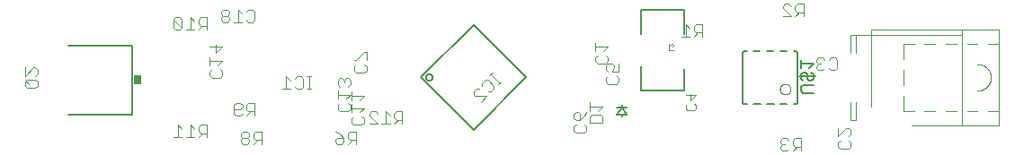
<source format=gbr>
G04 EAGLE Gerber RS-274X export*
G75*
%MOMM*%
%FSLAX34Y34*%
%LPD*%
%INSilkscreen Bottom*%
%IPPOS*%
%AMOC8*
5,1,8,0,0,1.08239X$1,22.5*%
G01*
%ADD10C,0.101600*%
%ADD11C,0.076200*%
%ADD12C,0.127000*%
%ADD13C,0.025400*%
%ADD14C,0.203200*%
%ADD15R,0.762000X0.863600*%
%ADD16C,0.152400*%
%ADD17C,0.050800*%
%ADD18C,0.100000*%


D10*
X632553Y97204D02*
X634502Y95255D01*
X634502Y91357D01*
X632553Y89408D01*
X624757Y89408D01*
X622808Y91357D01*
X622808Y95255D01*
X624757Y97204D01*
X630604Y101102D02*
X634502Y105000D01*
X622808Y105000D01*
X622808Y101102D02*
X622808Y108898D01*
X404632Y37313D02*
X402683Y39262D01*
X404632Y37313D02*
X404632Y33415D01*
X402683Y31466D01*
X394887Y31466D01*
X392938Y33415D01*
X392938Y37313D01*
X394887Y39262D01*
X400734Y43160D02*
X404632Y47058D01*
X392938Y47058D01*
X392938Y43160D02*
X392938Y50956D01*
X400734Y54854D02*
X404632Y58752D01*
X392938Y58752D01*
X392938Y54854D02*
X392938Y62650D01*
X389983Y51962D02*
X391932Y50013D01*
X391932Y46115D01*
X389983Y44166D01*
X382187Y44166D01*
X380238Y46115D01*
X380238Y50013D01*
X382187Y51962D01*
X388034Y55860D02*
X391932Y59758D01*
X380238Y59758D01*
X380238Y55860D02*
X380238Y63656D01*
X389983Y67554D02*
X391932Y69503D01*
X391932Y73401D01*
X389983Y75350D01*
X388034Y75350D01*
X386085Y73401D01*
X386085Y71452D01*
X386085Y73401D02*
X384136Y75350D01*
X382187Y75350D01*
X380238Y73401D01*
X380238Y69503D01*
X382187Y67554D01*
X271282Y81763D02*
X269333Y83712D01*
X271282Y81763D02*
X271282Y77865D01*
X269333Y75916D01*
X261537Y75916D01*
X259588Y77865D01*
X259588Y81763D01*
X261537Y83712D01*
X267384Y87610D02*
X271282Y91508D01*
X259588Y91508D01*
X259588Y87610D02*
X259588Y95406D01*
X259588Y105151D02*
X271282Y105151D01*
X265435Y99304D01*
X265435Y107100D01*
X293956Y138269D02*
X295905Y140218D01*
X299803Y140218D01*
X301752Y138269D01*
X301752Y130473D01*
X299803Y128524D01*
X295905Y128524D01*
X293956Y130473D01*
X290058Y136320D02*
X286160Y140218D01*
X286160Y128524D01*
X290058Y128524D02*
X282262Y128524D01*
X278364Y138269D02*
X276415Y140218D01*
X272517Y140218D01*
X270568Y138269D01*
X270568Y136320D01*
X272517Y134371D01*
X270568Y132422D01*
X270568Y130473D01*
X272517Y128524D01*
X276415Y128524D01*
X278364Y130473D01*
X278364Y132422D01*
X276415Y134371D01*
X278364Y136320D01*
X278364Y138269D01*
X276415Y134371D02*
X272517Y134371D01*
X861153Y16666D02*
X863102Y14717D01*
X863102Y10819D01*
X861153Y8870D01*
X853357Y8870D01*
X851408Y10819D01*
X851408Y14717D01*
X853357Y16666D01*
X851408Y20564D02*
X851408Y28360D01*
X851408Y20564D02*
X859204Y28360D01*
X861153Y28360D01*
X863102Y26411D01*
X863102Y22513D01*
X861153Y20564D01*
X842596Y92803D02*
X844545Y94752D01*
X848443Y94752D01*
X850392Y92803D01*
X850392Y85007D01*
X848443Y83058D01*
X844545Y83058D01*
X842596Y85007D01*
X838698Y92803D02*
X836749Y94752D01*
X832851Y94752D01*
X830902Y92803D01*
X830902Y90854D01*
X832851Y88905D01*
X834800Y88905D01*
X832851Y88905D02*
X830902Y86956D01*
X830902Y85007D01*
X832851Y83058D01*
X836749Y83058D01*
X838698Y85007D01*
D11*
X717177Y49874D02*
X715609Y51441D01*
X717177Y49874D02*
X717177Y46738D01*
X715609Y45171D01*
X709339Y45171D01*
X707771Y46738D01*
X707771Y49874D01*
X709339Y51441D01*
X707771Y59229D02*
X717177Y59229D01*
X712474Y54526D01*
X712474Y60797D01*
D10*
X644502Y75755D02*
X642553Y77704D01*
X644502Y75755D02*
X644502Y71857D01*
X642553Y69908D01*
X634757Y69908D01*
X632808Y71857D01*
X632808Y75755D01*
X634757Y77704D01*
X644502Y81602D02*
X644502Y89398D01*
X644502Y81602D02*
X638655Y81602D01*
X640604Y85500D01*
X640604Y87449D01*
X638655Y89398D01*
X634757Y89398D01*
X632808Y87449D01*
X632808Y83551D01*
X634757Y81602D01*
X612233Y31906D02*
X614182Y29957D01*
X614182Y26059D01*
X612233Y24110D01*
X604437Y24110D01*
X602488Y26059D01*
X602488Y29957D01*
X604437Y31906D01*
X612233Y39702D02*
X614182Y43600D01*
X612233Y39702D02*
X608335Y35804D01*
X604437Y35804D01*
X602488Y37753D01*
X602488Y41651D01*
X604437Y43600D01*
X606386Y43600D01*
X608335Y41651D01*
X608335Y35804D01*
X407172Y86365D02*
X405223Y88314D01*
X407172Y86365D02*
X407172Y82467D01*
X405223Y80518D01*
X397427Y80518D01*
X395478Y82467D01*
X395478Y86365D01*
X397427Y88314D01*
X407172Y92212D02*
X407172Y100008D01*
X405223Y100008D01*
X397427Y92212D01*
X395478Y92212D01*
D12*
X647700Y47625D02*
X652463Y41275D01*
X647700Y41275D01*
X642937Y41275D01*
X647700Y47625D01*
X652463Y47625D01*
X647700Y47625D02*
X642937Y47625D01*
X647700Y41275D02*
X647700Y38837D01*
X647700Y47625D02*
X647700Y50063D01*
D10*
X629422Y33000D02*
X617728Y33000D01*
X617728Y38847D01*
X619677Y40796D01*
X627473Y40796D01*
X629422Y38847D01*
X629422Y33000D01*
X625524Y44694D02*
X629422Y48592D01*
X617728Y48592D01*
X617728Y44694D02*
X617728Y52490D01*
X355092Y65278D02*
X351194Y65278D01*
X353143Y65278D02*
X353143Y76972D01*
X355092Y76972D02*
X351194Y76972D01*
X341449Y76972D02*
X339500Y75023D01*
X341449Y76972D02*
X345347Y76972D01*
X347296Y75023D01*
X347296Y67227D01*
X345347Y65278D01*
X341449Y65278D01*
X339500Y67227D01*
X335602Y73074D02*
X331704Y76972D01*
X331704Y65278D01*
X335602Y65278D02*
X327806Y65278D01*
D12*
X458503Y76200D02*
X459987Y74715D01*
X460058Y74644D02*
X508000Y26703D01*
X557498Y76200D01*
X508000Y125697D01*
X458503Y76200D01*
X463432Y76271D02*
X463434Y76382D01*
X463440Y76492D01*
X463450Y76602D01*
X463464Y76712D01*
X463482Y76821D01*
X463504Y76929D01*
X463529Y77037D01*
X463559Y77143D01*
X463592Y77248D01*
X463629Y77352D01*
X463670Y77455D01*
X463715Y77556D01*
X463763Y77656D01*
X463815Y77753D01*
X463870Y77849D01*
X463929Y77943D01*
X463991Y78034D01*
X464056Y78123D01*
X464125Y78210D01*
X464196Y78294D01*
X464271Y78376D01*
X464348Y78455D01*
X464428Y78531D01*
X464511Y78604D01*
X464597Y78674D01*
X464685Y78741D01*
X464775Y78805D01*
X464868Y78865D01*
X464962Y78922D01*
X465059Y78975D01*
X465158Y79025D01*
X465258Y79072D01*
X465360Y79115D01*
X465463Y79154D01*
X465568Y79189D01*
X465674Y79220D01*
X465781Y79248D01*
X465889Y79272D01*
X465998Y79292D01*
X466107Y79308D01*
X466217Y79320D01*
X466327Y79328D01*
X466438Y79332D01*
X466548Y79332D01*
X466659Y79328D01*
X466769Y79320D01*
X466879Y79308D01*
X466988Y79292D01*
X467097Y79272D01*
X467205Y79248D01*
X467312Y79220D01*
X467418Y79189D01*
X467523Y79154D01*
X467626Y79115D01*
X467728Y79072D01*
X467828Y79025D01*
X467927Y78975D01*
X468023Y78922D01*
X468118Y78865D01*
X468211Y78805D01*
X468301Y78741D01*
X468389Y78674D01*
X468475Y78604D01*
X468558Y78531D01*
X468638Y78455D01*
X468715Y78376D01*
X468790Y78294D01*
X468861Y78210D01*
X468930Y78123D01*
X468995Y78034D01*
X469057Y77943D01*
X469116Y77849D01*
X469171Y77753D01*
X469223Y77656D01*
X469271Y77556D01*
X469316Y77455D01*
X469357Y77352D01*
X469394Y77248D01*
X469427Y77143D01*
X469457Y77037D01*
X469482Y76929D01*
X469504Y76821D01*
X469522Y76712D01*
X469536Y76602D01*
X469546Y76492D01*
X469552Y76382D01*
X469554Y76271D01*
X469552Y76160D01*
X469546Y76050D01*
X469536Y75940D01*
X469522Y75830D01*
X469504Y75721D01*
X469482Y75613D01*
X469457Y75505D01*
X469427Y75399D01*
X469394Y75294D01*
X469357Y75190D01*
X469316Y75087D01*
X469271Y74986D01*
X469223Y74886D01*
X469171Y74789D01*
X469116Y74693D01*
X469057Y74599D01*
X468995Y74508D01*
X468930Y74419D01*
X468861Y74332D01*
X468790Y74248D01*
X468715Y74166D01*
X468638Y74087D01*
X468558Y74011D01*
X468475Y73938D01*
X468389Y73868D01*
X468301Y73801D01*
X468211Y73737D01*
X468118Y73677D01*
X468024Y73620D01*
X467927Y73567D01*
X467828Y73517D01*
X467728Y73470D01*
X467626Y73427D01*
X467523Y73388D01*
X467418Y73353D01*
X467312Y73322D01*
X467205Y73294D01*
X467097Y73270D01*
X466988Y73250D01*
X466879Y73234D01*
X466769Y73222D01*
X466659Y73214D01*
X466548Y73210D01*
X466438Y73210D01*
X466327Y73214D01*
X466217Y73222D01*
X466107Y73234D01*
X465998Y73250D01*
X465889Y73270D01*
X465781Y73294D01*
X465674Y73322D01*
X465568Y73353D01*
X465463Y73388D01*
X465360Y73427D01*
X465258Y73470D01*
X465158Y73517D01*
X465059Y73567D01*
X464962Y73620D01*
X464868Y73677D01*
X464775Y73737D01*
X464685Y73801D01*
X464597Y73868D01*
X464511Y73938D01*
X464428Y74011D01*
X464348Y74087D01*
X464271Y74166D01*
X464196Y74248D01*
X464125Y74332D01*
X464056Y74419D01*
X463991Y74508D01*
X463929Y74599D01*
X463870Y74693D01*
X463815Y74789D01*
X463763Y74886D01*
X463715Y74986D01*
X463670Y75087D01*
X463629Y75190D01*
X463592Y75294D01*
X463559Y75399D01*
X463529Y75505D01*
X463504Y75613D01*
X463482Y75721D01*
X463464Y75830D01*
X463450Y75940D01*
X463440Y76050D01*
X463434Y76160D01*
X463432Y76271D01*
D10*
X531370Y69586D02*
X534126Y72342D01*
X532748Y70964D02*
X524479Y79233D01*
X523101Y77855D02*
X525858Y80611D01*
X516211Y70964D02*
X516211Y68208D01*
X516211Y70964D02*
X518967Y73720D01*
X521723Y73720D01*
X527236Y68208D01*
X527236Y65452D01*
X524479Y62695D01*
X521723Y62695D01*
X520345Y58561D02*
X514832Y53048D01*
X509320Y58561D02*
X520345Y58561D01*
X509320Y58561D02*
X507942Y59939D01*
X507942Y62695D01*
X510698Y65452D01*
X513454Y65451D01*
D12*
X706120Y63500D02*
X706120Y83820D01*
X706120Y63500D02*
X665480Y63500D01*
X665480Y86360D01*
X706120Y116840D02*
X706120Y139700D01*
X665480Y139700D01*
X665480Y116840D01*
D13*
X692277Y101727D02*
X696090Y101727D01*
X692277Y101727D02*
X692277Y104269D01*
X692277Y105469D02*
X692277Y108011D01*
X692277Y105469D02*
X694819Y108011D01*
X695455Y108011D01*
X696090Y107376D01*
X696090Y106105D01*
X695455Y105469D01*
D14*
X186690Y40890D02*
X126746Y40894D01*
X186690Y40890D02*
X186690Y106430D01*
X126746Y106426D01*
D15*
X191516Y73660D03*
D10*
X95343Y66020D02*
X87547Y66020D01*
X95343Y66020D02*
X97292Y67969D01*
X97292Y71867D01*
X95343Y73816D01*
X87547Y73816D01*
X85598Y71867D01*
X85598Y67969D01*
X87547Y66020D01*
X89496Y69918D02*
X85598Y73816D01*
X85598Y77714D02*
X85598Y85510D01*
X85598Y77714D02*
X93394Y85510D01*
X95343Y85510D01*
X97292Y83561D01*
X97292Y79663D01*
X95343Y77714D01*
X723392Y114808D02*
X723392Y126502D01*
X717545Y126502D01*
X715596Y124553D01*
X715596Y120655D01*
X717545Y118706D01*
X723392Y118706D01*
X719494Y118706D02*
X715596Y114808D01*
X711698Y122604D02*
X707800Y126502D01*
X707800Y114808D01*
X711698Y114808D02*
X703902Y114808D01*
X256824Y121158D02*
X256824Y132852D01*
X250977Y132852D01*
X249028Y130903D01*
X249028Y127005D01*
X250977Y125056D01*
X256824Y125056D01*
X252926Y125056D02*
X249028Y121158D01*
X245130Y128954D02*
X241232Y132852D01*
X241232Y121158D01*
X245130Y121158D02*
X237334Y121158D01*
X233436Y123107D02*
X233436Y130903D01*
X231487Y132852D01*
X227589Y132852D01*
X225640Y130903D01*
X225640Y123107D01*
X227589Y121158D01*
X231487Y121158D01*
X233436Y123107D01*
X225640Y130903D01*
X256824Y31252D02*
X256824Y19558D01*
X256824Y31252D02*
X250977Y31252D01*
X249028Y29303D01*
X249028Y25405D01*
X250977Y23456D01*
X256824Y23456D01*
X252926Y23456D02*
X249028Y19558D01*
X245130Y27354D02*
X241232Y31252D01*
X241232Y19558D01*
X245130Y19558D02*
X237334Y19558D01*
X233436Y27354D02*
X229538Y31252D01*
X229538Y19558D01*
X233436Y19558D02*
X225640Y19558D01*
X440974Y32258D02*
X440974Y43952D01*
X435127Y43952D01*
X433178Y42003D01*
X433178Y38105D01*
X435127Y36156D01*
X440974Y36156D01*
X437076Y36156D02*
X433178Y32258D01*
X429280Y40054D02*
X425382Y43952D01*
X425382Y32258D01*
X429280Y32258D02*
X421484Y32258D01*
X417586Y32258D02*
X409790Y32258D01*
X417586Y32258D02*
X409790Y40054D01*
X409790Y42003D01*
X411739Y43952D01*
X415637Y43952D01*
X417586Y42003D01*
X818642Y133858D02*
X818642Y145552D01*
X812795Y145552D01*
X810846Y143603D01*
X810846Y139705D01*
X812795Y137756D01*
X818642Y137756D01*
X814744Y137756D02*
X810846Y133858D01*
X806948Y133858D02*
X799152Y133858D01*
X806948Y133858D02*
X799152Y141654D01*
X799152Y143603D01*
X801101Y145552D01*
X804999Y145552D01*
X806948Y143603D01*
X816630Y18552D02*
X816630Y6858D01*
X816630Y18552D02*
X810783Y18552D01*
X808834Y16603D01*
X808834Y12705D01*
X810783Y10756D01*
X816630Y10756D01*
X812732Y10756D02*
X808834Y6858D01*
X804936Y16603D02*
X802987Y18552D01*
X799089Y18552D01*
X797140Y16603D01*
X797140Y14654D01*
X799089Y12705D01*
X801038Y12705D01*
X799089Y12705D02*
X797140Y10756D01*
X797140Y8807D01*
X799089Y6858D01*
X802987Y6858D01*
X804936Y8807D01*
X397530Y13208D02*
X397530Y24902D01*
X391683Y24902D01*
X389734Y22953D01*
X389734Y19055D01*
X391683Y17106D01*
X397530Y17106D01*
X393632Y17106D02*
X389734Y13208D01*
X381938Y22953D02*
X378040Y24902D01*
X381938Y22953D02*
X385836Y19055D01*
X385836Y15157D01*
X383887Y13208D01*
X379989Y13208D01*
X378040Y15157D01*
X378040Y17106D01*
X379989Y19055D01*
X385836Y19055D01*
X308630Y13208D02*
X308630Y24902D01*
X302783Y24902D01*
X300834Y22953D01*
X300834Y19055D01*
X302783Y17106D01*
X308630Y17106D01*
X304732Y17106D02*
X300834Y13208D01*
X296936Y22953D02*
X294987Y24902D01*
X291089Y24902D01*
X289140Y22953D01*
X289140Y21004D01*
X291089Y19055D01*
X289140Y17106D01*
X289140Y15157D01*
X291089Y13208D01*
X294987Y13208D01*
X296936Y15157D01*
X296936Y17106D01*
X294987Y19055D01*
X296936Y21004D01*
X296936Y22953D01*
X294987Y19055D02*
X291089Y19055D01*
X302026Y40132D02*
X302026Y51826D01*
X296179Y51826D01*
X294230Y49877D01*
X294230Y45979D01*
X296179Y44030D01*
X302026Y44030D01*
X298128Y44030D02*
X294230Y40132D01*
X290332Y42081D02*
X288383Y40132D01*
X284485Y40132D01*
X282536Y42081D01*
X282536Y49877D01*
X284485Y51826D01*
X288383Y51826D01*
X290332Y49877D01*
X290332Y47928D01*
X288383Y45979D01*
X282536Y45979D01*
D16*
X810900Y101200D02*
X810998Y101198D01*
X811096Y101192D01*
X811194Y101183D01*
X811291Y101169D01*
X811388Y101152D01*
X811484Y101131D01*
X811579Y101106D01*
X811673Y101078D01*
X811765Y101045D01*
X811857Y101010D01*
X811947Y100970D01*
X812035Y100928D01*
X812122Y100881D01*
X812206Y100832D01*
X812289Y100779D01*
X812369Y100723D01*
X812448Y100663D01*
X812524Y100601D01*
X812597Y100536D01*
X812668Y100468D01*
X812736Y100397D01*
X812801Y100324D01*
X812863Y100248D01*
X812923Y100169D01*
X812979Y100089D01*
X813032Y100006D01*
X813081Y99922D01*
X813128Y99835D01*
X813170Y99747D01*
X813210Y99657D01*
X813245Y99565D01*
X813278Y99473D01*
X813306Y99379D01*
X813331Y99284D01*
X813352Y99188D01*
X813369Y99091D01*
X813383Y98994D01*
X813392Y98896D01*
X813398Y98798D01*
X813400Y98700D01*
X763900Y101200D02*
X763802Y101198D01*
X763704Y101192D01*
X763606Y101183D01*
X763509Y101169D01*
X763412Y101152D01*
X763316Y101131D01*
X763221Y101106D01*
X763127Y101078D01*
X763035Y101045D01*
X762943Y101010D01*
X762853Y100970D01*
X762765Y100928D01*
X762678Y100881D01*
X762594Y100832D01*
X762511Y100779D01*
X762431Y100723D01*
X762352Y100663D01*
X762276Y100601D01*
X762203Y100536D01*
X762132Y100468D01*
X762064Y100397D01*
X761999Y100324D01*
X761937Y100248D01*
X761877Y100169D01*
X761821Y100089D01*
X761768Y100006D01*
X761719Y99922D01*
X761672Y99835D01*
X761630Y99747D01*
X761590Y99657D01*
X761555Y99565D01*
X761522Y99473D01*
X761494Y99379D01*
X761469Y99284D01*
X761448Y99188D01*
X761431Y99091D01*
X761417Y98994D01*
X761408Y98896D01*
X761402Y98798D01*
X761400Y98700D01*
X761400Y53700D02*
X761402Y53602D01*
X761408Y53504D01*
X761417Y53406D01*
X761431Y53309D01*
X761448Y53212D01*
X761469Y53116D01*
X761494Y53021D01*
X761522Y52927D01*
X761555Y52835D01*
X761590Y52743D01*
X761630Y52653D01*
X761672Y52565D01*
X761719Y52478D01*
X761768Y52394D01*
X761821Y52311D01*
X761877Y52231D01*
X761937Y52152D01*
X761999Y52076D01*
X762064Y52003D01*
X762132Y51932D01*
X762203Y51864D01*
X762276Y51799D01*
X762352Y51737D01*
X762431Y51677D01*
X762511Y51621D01*
X762594Y51568D01*
X762678Y51519D01*
X762765Y51472D01*
X762853Y51430D01*
X762943Y51390D01*
X763035Y51355D01*
X763127Y51322D01*
X763221Y51294D01*
X763316Y51269D01*
X763412Y51248D01*
X763509Y51231D01*
X763606Y51217D01*
X763704Y51208D01*
X763802Y51202D01*
X763900Y51200D01*
X810900Y51200D02*
X810998Y51202D01*
X811096Y51208D01*
X811194Y51217D01*
X811291Y51231D01*
X811388Y51248D01*
X811484Y51269D01*
X811579Y51294D01*
X811673Y51322D01*
X811765Y51355D01*
X811857Y51390D01*
X811947Y51430D01*
X812035Y51472D01*
X812122Y51519D01*
X812206Y51568D01*
X812289Y51621D01*
X812369Y51677D01*
X812448Y51737D01*
X812524Y51799D01*
X812597Y51864D01*
X812668Y51932D01*
X812736Y52003D01*
X812801Y52076D01*
X812863Y52152D01*
X812923Y52231D01*
X812979Y52311D01*
X813032Y52394D01*
X813081Y52478D01*
X813128Y52565D01*
X813170Y52653D01*
X813210Y52743D01*
X813245Y52835D01*
X813278Y52927D01*
X813306Y53021D01*
X813331Y53116D01*
X813352Y53212D01*
X813369Y53309D01*
X813383Y53406D01*
X813392Y53504D01*
X813398Y53602D01*
X813400Y53700D01*
X810800Y101200D02*
X809500Y101200D01*
X803300Y101200D02*
X796900Y101200D01*
X790600Y101200D02*
X784200Y101200D01*
X777900Y101200D02*
X771500Y101200D01*
X765300Y101200D02*
X763800Y101200D01*
X764100Y51200D02*
X765400Y51200D01*
X771500Y51200D02*
X778000Y51200D01*
X784200Y51200D02*
X790700Y51200D01*
X796900Y51200D02*
X803300Y51200D01*
X809500Y51200D02*
X810800Y51200D01*
X813400Y53800D02*
X813400Y98700D01*
X761400Y98700D02*
X761400Y53700D01*
D17*
X796600Y65050D02*
X796602Y65191D01*
X796608Y65332D01*
X796618Y65472D01*
X796632Y65612D01*
X796650Y65752D01*
X796671Y65891D01*
X796697Y66030D01*
X796726Y66168D01*
X796760Y66304D01*
X796797Y66440D01*
X796838Y66575D01*
X796883Y66709D01*
X796932Y66841D01*
X796984Y66972D01*
X797040Y67101D01*
X797100Y67228D01*
X797163Y67354D01*
X797229Y67478D01*
X797300Y67601D01*
X797373Y67721D01*
X797450Y67839D01*
X797530Y67955D01*
X797614Y68068D01*
X797700Y68179D01*
X797790Y68288D01*
X797883Y68394D01*
X797978Y68497D01*
X798077Y68598D01*
X798178Y68696D01*
X798282Y68791D01*
X798389Y68883D01*
X798498Y68972D01*
X798610Y69057D01*
X798724Y69140D01*
X798840Y69220D01*
X798959Y69296D01*
X799080Y69368D01*
X799202Y69438D01*
X799327Y69503D01*
X799453Y69566D01*
X799581Y69624D01*
X799711Y69679D01*
X799842Y69731D01*
X799975Y69778D01*
X800109Y69822D01*
X800244Y69863D01*
X800380Y69899D01*
X800517Y69931D01*
X800655Y69960D01*
X800793Y69985D01*
X800933Y70005D01*
X801073Y70022D01*
X801213Y70035D01*
X801354Y70044D01*
X801494Y70049D01*
X801635Y70050D01*
X801776Y70047D01*
X801917Y70040D01*
X802057Y70029D01*
X802197Y70014D01*
X802337Y69995D01*
X802476Y69973D01*
X802614Y69946D01*
X802752Y69916D01*
X802888Y69881D01*
X803024Y69843D01*
X803158Y69801D01*
X803292Y69755D01*
X803424Y69706D01*
X803554Y69652D01*
X803683Y69595D01*
X803810Y69535D01*
X803936Y69471D01*
X804059Y69403D01*
X804181Y69332D01*
X804301Y69258D01*
X804418Y69180D01*
X804533Y69099D01*
X804646Y69015D01*
X804757Y68928D01*
X804865Y68837D01*
X804970Y68744D01*
X805073Y68647D01*
X805173Y68548D01*
X805270Y68446D01*
X805364Y68341D01*
X805455Y68234D01*
X805543Y68124D01*
X805628Y68012D01*
X805710Y67897D01*
X805789Y67780D01*
X805864Y67661D01*
X805936Y67540D01*
X806004Y67417D01*
X806069Y67292D01*
X806131Y67165D01*
X806188Y67036D01*
X806243Y66906D01*
X806293Y66775D01*
X806340Y66642D01*
X806383Y66508D01*
X806422Y66372D01*
X806457Y66236D01*
X806489Y66099D01*
X806516Y65961D01*
X806540Y65822D01*
X806560Y65682D01*
X806576Y65542D01*
X806588Y65402D01*
X806596Y65261D01*
X806600Y65120D01*
X806600Y64980D01*
X806596Y64839D01*
X806588Y64698D01*
X806576Y64558D01*
X806560Y64418D01*
X806540Y64278D01*
X806516Y64139D01*
X806489Y64001D01*
X806457Y63864D01*
X806422Y63728D01*
X806383Y63592D01*
X806340Y63458D01*
X806293Y63325D01*
X806243Y63194D01*
X806188Y63064D01*
X806131Y62935D01*
X806069Y62808D01*
X806004Y62683D01*
X805936Y62560D01*
X805864Y62439D01*
X805789Y62320D01*
X805710Y62203D01*
X805628Y62088D01*
X805543Y61976D01*
X805455Y61866D01*
X805364Y61759D01*
X805270Y61654D01*
X805173Y61552D01*
X805073Y61453D01*
X804970Y61356D01*
X804865Y61263D01*
X804757Y61172D01*
X804646Y61085D01*
X804533Y61001D01*
X804418Y60920D01*
X804301Y60842D01*
X804181Y60768D01*
X804059Y60697D01*
X803936Y60629D01*
X803810Y60565D01*
X803683Y60505D01*
X803554Y60448D01*
X803424Y60394D01*
X803292Y60345D01*
X803158Y60299D01*
X803024Y60257D01*
X802888Y60219D01*
X802752Y60184D01*
X802614Y60154D01*
X802476Y60127D01*
X802337Y60105D01*
X802197Y60086D01*
X802057Y60071D01*
X801917Y60060D01*
X801776Y60053D01*
X801635Y60050D01*
X801494Y60051D01*
X801354Y60056D01*
X801213Y60065D01*
X801073Y60078D01*
X800933Y60095D01*
X800793Y60115D01*
X800655Y60140D01*
X800517Y60169D01*
X800380Y60201D01*
X800244Y60237D01*
X800109Y60278D01*
X799975Y60322D01*
X799842Y60369D01*
X799711Y60421D01*
X799581Y60476D01*
X799453Y60534D01*
X799327Y60597D01*
X799202Y60662D01*
X799080Y60732D01*
X798959Y60804D01*
X798840Y60880D01*
X798724Y60960D01*
X798610Y61043D01*
X798498Y61128D01*
X798389Y61217D01*
X798282Y61309D01*
X798178Y61404D01*
X798077Y61502D01*
X797978Y61603D01*
X797883Y61706D01*
X797790Y61812D01*
X797700Y61921D01*
X797614Y62032D01*
X797530Y62145D01*
X797450Y62261D01*
X797373Y62379D01*
X797300Y62499D01*
X797229Y62622D01*
X797163Y62746D01*
X797100Y62872D01*
X797040Y62999D01*
X796984Y63128D01*
X796932Y63259D01*
X796883Y63391D01*
X796838Y63525D01*
X796797Y63660D01*
X796760Y63796D01*
X796726Y63932D01*
X796697Y64070D01*
X796671Y64209D01*
X796650Y64348D01*
X796632Y64488D01*
X796618Y64628D01*
X796608Y64768D01*
X796602Y64909D01*
X796600Y65050D01*
D12*
X818517Y61595D02*
X828050Y61595D01*
X818517Y61595D02*
X816610Y63502D01*
X816610Y67315D01*
X818517Y69222D01*
X828050Y69222D01*
X818517Y73289D02*
X816610Y75196D01*
X816610Y79009D01*
X818517Y80915D01*
X820423Y80915D01*
X822330Y79009D01*
X822330Y75196D01*
X824237Y73289D01*
X826143Y73289D01*
X828050Y75196D01*
X828050Y79009D01*
X826143Y80915D01*
X829956Y77102D02*
X814703Y77102D01*
X824237Y84983D02*
X828050Y88796D01*
X816610Y88796D01*
X816610Y84983D02*
X816610Y92609D01*
D18*
X1002850Y44200D02*
X1002850Y31200D01*
X1002850Y44200D02*
X1002850Y108200D01*
X1002850Y121200D01*
X967850Y116200D02*
X967850Y31200D01*
X967850Y116200D02*
X967850Y121200D01*
X967850Y116200D02*
X882850Y116200D01*
X882850Y121200D01*
X1002850Y121200D01*
X882850Y116200D02*
X867850Y116200D01*
X862850Y116200D01*
X992850Y108200D02*
X1002850Y108200D01*
X982850Y108200D02*
X972850Y108200D01*
X962850Y108200D02*
X952850Y108200D01*
X942850Y108200D02*
X932850Y108200D01*
X922850Y108200D02*
X912850Y108200D01*
X992850Y44200D02*
X1002850Y44200D01*
X982850Y44200D02*
X972850Y44200D01*
X962850Y44200D02*
X952850Y44200D01*
X942850Y44200D02*
X932850Y44200D01*
X922850Y44200D02*
X912850Y44200D01*
X912850Y58867D01*
X912850Y68867D02*
X912850Y83533D01*
X912850Y93533D02*
X912850Y108200D01*
X982850Y88700D02*
X983154Y88696D01*
X983459Y88685D01*
X983762Y88667D01*
X984066Y88641D01*
X984368Y88607D01*
X984670Y88567D01*
X984971Y88519D01*
X985270Y88464D01*
X985568Y88401D01*
X985864Y88331D01*
X986159Y88254D01*
X986451Y88170D01*
X986742Y88079D01*
X987030Y87980D01*
X987315Y87875D01*
X987598Y87763D01*
X987879Y87644D01*
X988156Y87518D01*
X988430Y87386D01*
X988700Y87246D01*
X988968Y87101D01*
X989231Y86948D01*
X989491Y86790D01*
X989747Y86625D01*
X989999Y86454D01*
X990246Y86277D01*
X990490Y86094D01*
X990728Y85905D01*
X990962Y85710D01*
X991191Y85510D01*
X991416Y85304D01*
X991635Y85092D01*
X991849Y84876D01*
X992057Y84654D01*
X992261Y84428D01*
X992458Y84196D01*
X992650Y83960D01*
X992836Y83719D01*
X993016Y83473D01*
X993190Y83224D01*
X993358Y82970D01*
X993520Y82712D01*
X993675Y82450D01*
X993824Y82185D01*
X993967Y81916D01*
X994103Y81643D01*
X994232Y81368D01*
X994354Y81089D01*
X994470Y80807D01*
X994579Y80523D01*
X994680Y80236D01*
X994775Y79947D01*
X994863Y79655D01*
X994944Y79362D01*
X995017Y79066D01*
X995083Y78769D01*
X995142Y78470D01*
X995194Y78170D01*
X995238Y77869D01*
X995275Y77567D01*
X995305Y77264D01*
X995327Y76961D01*
X995342Y76657D01*
X995349Y76352D01*
X995349Y76048D01*
X995342Y75743D01*
X995327Y75439D01*
X995305Y75136D01*
X995275Y74833D01*
X995238Y74531D01*
X995194Y74230D01*
X995142Y73930D01*
X995083Y73631D01*
X995017Y73334D01*
X994944Y73038D01*
X994863Y72745D01*
X994775Y72453D01*
X994680Y72164D01*
X994579Y71877D01*
X994470Y71593D01*
X994354Y71311D01*
X994232Y71032D01*
X994103Y70757D01*
X993967Y70484D01*
X993824Y70215D01*
X993675Y69950D01*
X993520Y69688D01*
X993358Y69430D01*
X993190Y69176D01*
X993016Y68927D01*
X992836Y68681D01*
X992650Y68440D01*
X992458Y68204D01*
X992261Y67972D01*
X992057Y67746D01*
X991849Y67524D01*
X991635Y67308D01*
X991416Y67096D01*
X991191Y66890D01*
X990962Y66690D01*
X990728Y66495D01*
X990490Y66306D01*
X990246Y66123D01*
X989999Y65946D01*
X989747Y65775D01*
X989491Y65610D01*
X989231Y65452D01*
X988968Y65299D01*
X988700Y65154D01*
X988430Y65014D01*
X988156Y64882D01*
X987879Y64756D01*
X987598Y64637D01*
X987315Y64525D01*
X987030Y64420D01*
X986742Y64321D01*
X986451Y64230D01*
X986159Y64146D01*
X985864Y64069D01*
X985568Y63999D01*
X985270Y63936D01*
X984971Y63881D01*
X984670Y63833D01*
X984368Y63793D01*
X984066Y63759D01*
X983762Y63733D01*
X983459Y63715D01*
X983154Y63704D01*
X982850Y63700D01*
X867850Y99700D02*
X867850Y116200D01*
X867850Y52700D02*
X867850Y36200D01*
X862850Y36200D02*
X862850Y52700D01*
X862850Y99700D02*
X862850Y116200D01*
X862850Y36200D02*
X867850Y36200D01*
X920950Y31200D02*
X1002850Y31200D01*
X882850Y48900D02*
X882850Y116200D01*
M02*

</source>
